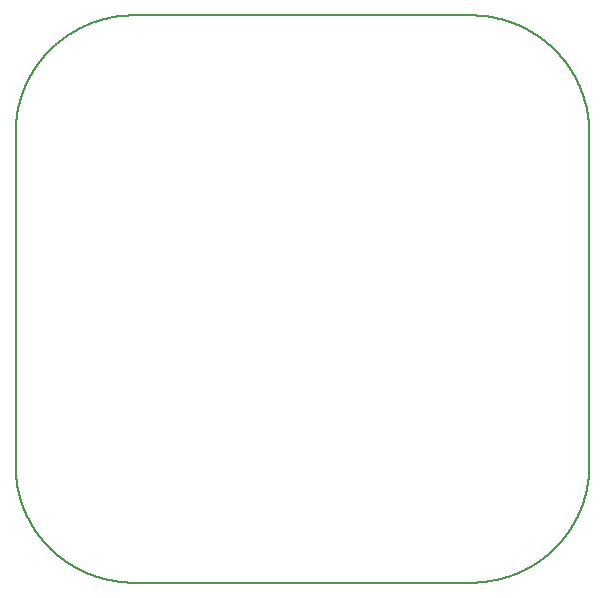
<source format=gm1>
G04 MADE WITH FRITZING*
G04 WWW.FRITZING.ORG*
G04 DOUBLE SIDED*
G04 HOLES PLATED*
G04 CONTOUR ON CENTER OF CONTOUR VECTOR*
%ASAXBY*%
%FSLAX23Y23*%
%MOIN*%
%OFA0B0*%
%SFA1.0B1.0*%
%ADD10C,0.008*%
%LNCONTOUR*%
G90*
G70*
G54D10*
X375Y1893D02*
X376Y1893D01*
X377Y1893D01*
X378Y1893D01*
X379Y1893D01*
X380Y1893D01*
X381Y1893D01*
X382Y1893D01*
X383Y1893D01*
X384Y1893D01*
X385Y1893D01*
X386Y1893D01*
X387Y1893D01*
X388Y1893D01*
X389Y1893D01*
X390Y1893D01*
X391Y1893D01*
X392Y1893D01*
X393Y1893D01*
X394Y1893D01*
X395Y1893D01*
X396Y1893D01*
X397Y1893D01*
X398Y1893D01*
X399Y1893D01*
X400Y1893D01*
X401Y1893D01*
X402Y1893D01*
X403Y1893D01*
X404Y1893D01*
X405Y1893D01*
X406Y1893D01*
X407Y1893D01*
X408Y1893D01*
X409Y1893D01*
X410Y1893D01*
X411Y1893D01*
X412Y1893D01*
X413Y1893D01*
X414Y1893D01*
X415Y1893D01*
X416Y1893D01*
X417Y1893D01*
X418Y1893D01*
X419Y1893D01*
X420Y1893D01*
X421Y1893D01*
X422Y1893D01*
X423Y1893D01*
X424Y1893D01*
X425Y1893D01*
X426Y1893D01*
X427Y1893D01*
X428Y1893D01*
X429Y1893D01*
X430Y1893D01*
X431Y1893D01*
X432Y1893D01*
X433Y1893D01*
X434Y1893D01*
X435Y1893D01*
X436Y1893D01*
X437Y1893D01*
X438Y1893D01*
X439Y1893D01*
X440Y1893D01*
X441Y1893D01*
X442Y1893D01*
X443Y1893D01*
X444Y1893D01*
X445Y1893D01*
X446Y1893D01*
X447Y1893D01*
X448Y1893D01*
X449Y1893D01*
X450Y1893D01*
X451Y1893D01*
X452Y1893D01*
X453Y1893D01*
X454Y1893D01*
X455Y1893D01*
X456Y1893D01*
X457Y1893D01*
X458Y1893D01*
X459Y1893D01*
X460Y1893D01*
X461Y1893D01*
X462Y1893D01*
X463Y1893D01*
X464Y1893D01*
X465Y1893D01*
X466Y1893D01*
X467Y1893D01*
X468Y1893D01*
X469Y1893D01*
X470Y1893D01*
X471Y1893D01*
X472Y1893D01*
X473Y1893D01*
X474Y1893D01*
X475Y1893D01*
X476Y1893D01*
X477Y1893D01*
X478Y1893D01*
X479Y1893D01*
X480Y1893D01*
X481Y1893D01*
X482Y1893D01*
X483Y1893D01*
X484Y1893D01*
X485Y1893D01*
X486Y1893D01*
X487Y1893D01*
X488Y1893D01*
X489Y1893D01*
X490Y1893D01*
X491Y1893D01*
X492Y1893D01*
X493Y1893D01*
X494Y1893D01*
X495Y1893D01*
X496Y1893D01*
X497Y1893D01*
X498Y1893D01*
X499Y1893D01*
X500Y1893D01*
X501Y1893D01*
X502Y1893D01*
X503Y1893D01*
X504Y1893D01*
X505Y1893D01*
X506Y1893D01*
X507Y1893D01*
X508Y1893D01*
X509Y1893D01*
X510Y1893D01*
X511Y1893D01*
X512Y1893D01*
X513Y1893D01*
X514Y1893D01*
X515Y1893D01*
X516Y1893D01*
X517Y1893D01*
X518Y1893D01*
X519Y1893D01*
X520Y1893D01*
X521Y1893D01*
X522Y1893D01*
X523Y1893D01*
X524Y1893D01*
X525Y1893D01*
X526Y1893D01*
X527Y1893D01*
X528Y1893D01*
X529Y1893D01*
X530Y1893D01*
X531Y1893D01*
X532Y1893D01*
X533Y1893D01*
X534Y1893D01*
X535Y1893D01*
X536Y1893D01*
X537Y1893D01*
X538Y1893D01*
X539Y1893D01*
X540Y1893D01*
X541Y1893D01*
X542Y1893D01*
X543Y1893D01*
X544Y1893D01*
X545Y1893D01*
X546Y1893D01*
X547Y1893D01*
X548Y1893D01*
X549Y1893D01*
X550Y1893D01*
X551Y1893D01*
X552Y1893D01*
X553Y1893D01*
X554Y1893D01*
X555Y1893D01*
X556Y1893D01*
X557Y1893D01*
X558Y1893D01*
X559Y1893D01*
X560Y1893D01*
X561Y1893D01*
X562Y1893D01*
X563Y1893D01*
X564Y1893D01*
X565Y1893D01*
X566Y1893D01*
X567Y1893D01*
X568Y1893D01*
X569Y1893D01*
X570Y1893D01*
X571Y1893D01*
X572Y1893D01*
X573Y1893D01*
X574Y1893D01*
X575Y1893D01*
X576Y1893D01*
X577Y1893D01*
X578Y1893D01*
X579Y1893D01*
X580Y1893D01*
X581Y1893D01*
X582Y1893D01*
X583Y1893D01*
X584Y1893D01*
X585Y1893D01*
X586Y1893D01*
X587Y1893D01*
X588Y1893D01*
X589Y1893D01*
X590Y1893D01*
X591Y1893D01*
X592Y1893D01*
X593Y1893D01*
X594Y1893D01*
X595Y1893D01*
X596Y1893D01*
X597Y1893D01*
X598Y1893D01*
X599Y1893D01*
X600Y1893D01*
X601Y1893D01*
X602Y1893D01*
X603Y1893D01*
X604Y1893D01*
X605Y1893D01*
X606Y1893D01*
X607Y1893D01*
X608Y1893D01*
X609Y1893D01*
X610Y1893D01*
X611Y1893D01*
X612Y1893D01*
X613Y1893D01*
X614Y1893D01*
X615Y1893D01*
X616Y1893D01*
X617Y1893D01*
X618Y1893D01*
X619Y1893D01*
X620Y1893D01*
X621Y1893D01*
X622Y1893D01*
X623Y1893D01*
X624Y1893D01*
X625Y1893D01*
X626Y1893D01*
X627Y1893D01*
X628Y1893D01*
X629Y1893D01*
X630Y1893D01*
X631Y1893D01*
X632Y1893D01*
X633Y1893D01*
X634Y1893D01*
X635Y1893D01*
X636Y1893D01*
X637Y1893D01*
X638Y1893D01*
X639Y1893D01*
X640Y1893D01*
X641Y1893D01*
X642Y1893D01*
X643Y1893D01*
X644Y1893D01*
X645Y1893D01*
X646Y1893D01*
X647Y1893D01*
X648Y1893D01*
X649Y1893D01*
X650Y1893D01*
X651Y1893D01*
X652Y1893D01*
X653Y1893D01*
X654Y1893D01*
X655Y1893D01*
X656Y1893D01*
X657Y1893D01*
X658Y1893D01*
X659Y1893D01*
X660Y1893D01*
X661Y1893D01*
X662Y1893D01*
X663Y1893D01*
X664Y1893D01*
X665Y1893D01*
X666Y1893D01*
X667Y1893D01*
X668Y1893D01*
X669Y1893D01*
X670Y1893D01*
X671Y1893D01*
X672Y1893D01*
X673Y1893D01*
X674Y1893D01*
X675Y1893D01*
X676Y1893D01*
X677Y1893D01*
X678Y1893D01*
X679Y1893D01*
X680Y1893D01*
X681Y1893D01*
X682Y1893D01*
X683Y1893D01*
X684Y1893D01*
X685Y1893D01*
X686Y1893D01*
X687Y1893D01*
X688Y1893D01*
X689Y1893D01*
X690Y1893D01*
X691Y1893D01*
X692Y1893D01*
X693Y1893D01*
X694Y1893D01*
X695Y1893D01*
X696Y1893D01*
X697Y1893D01*
X698Y1893D01*
X699Y1893D01*
X700Y1893D01*
X701Y1893D01*
X702Y1893D01*
X703Y1893D01*
X704Y1893D01*
X705Y1893D01*
X706Y1893D01*
X707Y1893D01*
X708Y1893D01*
X709Y1893D01*
X710Y1893D01*
X711Y1893D01*
X712Y1893D01*
X713Y1893D01*
X714Y1893D01*
X715Y1893D01*
X716Y1893D01*
X717Y1893D01*
X718Y1893D01*
X719Y1893D01*
X720Y1893D01*
X721Y1893D01*
X722Y1893D01*
X723Y1893D01*
X724Y1893D01*
X725Y1893D01*
X726Y1893D01*
X727Y1893D01*
X728Y1893D01*
X729Y1893D01*
X730Y1893D01*
X731Y1893D01*
X732Y1893D01*
X733Y1893D01*
X734Y1893D01*
X735Y1893D01*
X736Y1893D01*
X737Y1893D01*
X738Y1893D01*
X739Y1893D01*
X740Y1893D01*
X741Y1893D01*
X742Y1893D01*
X743Y1893D01*
X744Y1893D01*
X745Y1893D01*
X746Y1893D01*
X747Y1893D01*
X748Y1893D01*
X749Y1893D01*
X750Y1893D01*
X751Y1893D01*
X752Y1893D01*
X753Y1893D01*
X754Y1893D01*
X755Y1893D01*
X756Y1893D01*
X757Y1893D01*
X758Y1893D01*
X759Y1893D01*
X760Y1893D01*
X761Y1893D01*
X762Y1893D01*
X763Y1893D01*
X764Y1893D01*
X765Y1893D01*
X766Y1893D01*
X767Y1893D01*
X768Y1893D01*
X769Y1893D01*
X770Y1893D01*
X771Y1893D01*
X772Y1893D01*
X773Y1893D01*
X774Y1893D01*
X775Y1893D01*
X776Y1893D01*
X777Y1893D01*
X778Y1893D01*
X779Y1893D01*
X780Y1893D01*
X781Y1893D01*
X782Y1893D01*
X783Y1893D01*
X784Y1893D01*
X785Y1893D01*
X786Y1893D01*
X787Y1893D01*
X788Y1893D01*
X789Y1893D01*
X790Y1893D01*
X791Y1893D01*
X792Y1893D01*
X793Y1893D01*
X794Y1893D01*
X795Y1893D01*
X796Y1893D01*
X797Y1893D01*
X798Y1893D01*
X799Y1893D01*
X800Y1893D01*
X801Y1893D01*
X802Y1893D01*
X803Y1893D01*
X804Y1893D01*
X805Y1893D01*
X806Y1893D01*
X807Y1893D01*
X808Y1893D01*
X809Y1893D01*
X810Y1893D01*
X811Y1893D01*
X812Y1893D01*
X813Y1893D01*
X814Y1893D01*
X815Y1893D01*
X816Y1893D01*
X817Y1893D01*
X818Y1893D01*
X819Y1893D01*
X820Y1893D01*
X821Y1893D01*
X822Y1893D01*
X823Y1893D01*
X824Y1893D01*
X825Y1893D01*
X826Y1893D01*
X827Y1893D01*
X828Y1893D01*
X829Y1893D01*
X830Y1893D01*
X831Y1893D01*
X832Y1893D01*
X833Y1893D01*
X834Y1893D01*
X835Y1893D01*
X836Y1893D01*
X837Y1893D01*
X838Y1893D01*
X839Y1893D01*
X840Y1893D01*
X841Y1893D01*
X842Y1893D01*
X843Y1893D01*
X844Y1893D01*
X845Y1893D01*
X846Y1893D01*
X847Y1893D01*
X848Y1893D01*
X849Y1893D01*
X850Y1893D01*
X851Y1893D01*
X852Y1893D01*
X853Y1893D01*
X854Y1893D01*
X855Y1893D01*
X856Y1893D01*
X857Y1893D01*
X858Y1893D01*
X859Y1893D01*
X860Y1893D01*
X861Y1893D01*
X862Y1893D01*
X863Y1893D01*
X864Y1893D01*
X865Y1893D01*
X866Y1893D01*
X867Y1893D01*
X868Y1893D01*
X869Y1893D01*
X870Y1893D01*
X871Y1893D01*
X872Y1893D01*
X873Y1893D01*
X874Y1893D01*
X875Y1893D01*
X876Y1893D01*
X877Y1893D01*
X878Y1893D01*
X879Y1893D01*
X880Y1893D01*
X881Y1893D01*
X882Y1893D01*
X883Y1893D01*
X884Y1893D01*
X885Y1893D01*
X886Y1893D01*
X887Y1893D01*
X888Y1893D01*
X889Y1893D01*
X890Y1893D01*
X891Y1893D01*
X892Y1893D01*
X893Y1893D01*
X894Y1893D01*
X895Y1893D01*
X896Y1893D01*
X897Y1893D01*
X898Y1893D01*
X899Y1893D01*
X900Y1893D01*
X901Y1893D01*
X902Y1893D01*
X903Y1893D01*
X904Y1893D01*
X905Y1893D01*
X906Y1893D01*
X907Y1893D01*
X908Y1893D01*
X909Y1893D01*
X910Y1893D01*
X911Y1893D01*
X912Y1893D01*
X913Y1893D01*
X914Y1893D01*
X915Y1893D01*
X916Y1893D01*
X917Y1893D01*
X918Y1893D01*
X919Y1893D01*
X920Y1893D01*
X921Y1893D01*
X922Y1893D01*
X923Y1893D01*
X924Y1893D01*
X925Y1893D01*
X926Y1893D01*
X927Y1893D01*
X928Y1893D01*
X929Y1893D01*
X930Y1893D01*
X931Y1893D01*
X932Y1893D01*
X933Y1893D01*
X934Y1893D01*
X935Y1893D01*
X936Y1893D01*
X937Y1893D01*
X938Y1893D01*
X939Y1893D01*
X940Y1893D01*
X941Y1893D01*
X942Y1893D01*
X943Y1893D01*
X944Y1893D01*
X945Y1893D01*
X946Y1893D01*
X947Y1893D01*
X948Y1893D01*
X949Y1893D01*
X950Y1893D01*
X951Y1893D01*
X952Y1893D01*
X953Y1893D01*
X954Y1893D01*
X955Y1893D01*
X956Y1893D01*
X957Y1893D01*
X958Y1893D01*
X959Y1893D01*
X960Y1893D01*
X961Y1893D01*
X962Y1893D01*
X963Y1893D01*
X964Y1893D01*
X965Y1893D01*
X966Y1893D01*
X967Y1893D01*
X968Y1893D01*
X969Y1893D01*
X970Y1893D01*
X971Y1893D01*
X972Y1893D01*
X973Y1893D01*
X974Y1893D01*
X975Y1893D01*
X976Y1893D01*
X977Y1893D01*
X978Y1893D01*
X979Y1893D01*
X980Y1893D01*
X981Y1893D01*
X982Y1893D01*
X983Y1893D01*
X984Y1893D01*
X985Y1893D01*
X986Y1893D01*
X987Y1893D01*
X988Y1893D01*
X989Y1893D01*
X990Y1893D01*
X991Y1893D01*
X992Y1893D01*
X993Y1893D01*
X994Y1893D01*
X995Y1893D01*
X996Y1893D01*
X997Y1893D01*
X998Y1893D01*
X999Y1893D01*
X1000Y1893D01*
X1001Y1893D01*
X1002Y1893D01*
X1003Y1893D01*
X1004Y1893D01*
X1005Y1893D01*
X1006Y1893D01*
X1007Y1893D01*
X1008Y1893D01*
X1009Y1893D01*
X1010Y1893D01*
X1011Y1893D01*
X1012Y1893D01*
X1013Y1893D01*
X1014Y1893D01*
X1015Y1893D01*
X1016Y1893D01*
X1017Y1893D01*
X1018Y1893D01*
X1019Y1893D01*
X1020Y1893D01*
X1021Y1893D01*
X1022Y1893D01*
X1023Y1893D01*
X1024Y1893D01*
X1025Y1893D01*
X1026Y1893D01*
X1027Y1893D01*
X1028Y1893D01*
X1029Y1893D01*
X1030Y1893D01*
X1031Y1893D01*
X1032Y1893D01*
X1033Y1893D01*
X1034Y1893D01*
X1035Y1893D01*
X1036Y1893D01*
X1037Y1893D01*
X1038Y1893D01*
X1039Y1893D01*
X1040Y1893D01*
X1041Y1893D01*
X1042Y1893D01*
X1043Y1893D01*
X1044Y1893D01*
X1045Y1893D01*
X1046Y1893D01*
X1047Y1893D01*
X1048Y1893D01*
X1049Y1893D01*
X1050Y1893D01*
X1051Y1893D01*
X1052Y1893D01*
X1053Y1893D01*
X1054Y1893D01*
X1055Y1893D01*
X1056Y1893D01*
X1057Y1893D01*
X1058Y1893D01*
X1059Y1893D01*
X1060Y1893D01*
X1061Y1893D01*
X1062Y1893D01*
X1063Y1893D01*
X1064Y1893D01*
X1065Y1893D01*
X1066Y1893D01*
X1067Y1893D01*
X1068Y1893D01*
X1069Y1893D01*
X1070Y1893D01*
X1071Y1893D01*
X1072Y1893D01*
X1073Y1893D01*
X1074Y1893D01*
X1075Y1893D01*
X1076Y1893D01*
X1077Y1893D01*
X1078Y1893D01*
X1079Y1893D01*
X1080Y1893D01*
X1081Y1893D01*
X1082Y1893D01*
X1083Y1893D01*
X1084Y1893D01*
X1085Y1893D01*
X1086Y1893D01*
X1087Y1893D01*
X1088Y1893D01*
X1089Y1893D01*
X1090Y1893D01*
X1091Y1893D01*
X1092Y1893D01*
X1093Y1893D01*
X1094Y1893D01*
X1095Y1893D01*
X1096Y1893D01*
X1097Y1893D01*
X1098Y1893D01*
X1099Y1893D01*
X1100Y1893D01*
X1101Y1893D01*
X1102Y1893D01*
X1103Y1893D01*
X1104Y1893D01*
X1105Y1893D01*
X1106Y1893D01*
X1107Y1893D01*
X1108Y1893D01*
X1109Y1893D01*
X1110Y1893D01*
X1111Y1893D01*
X1112Y1893D01*
X1113Y1893D01*
X1114Y1893D01*
X1115Y1893D01*
X1116Y1893D01*
X1117Y1893D01*
X1118Y1893D01*
X1119Y1893D01*
X1120Y1893D01*
X1121Y1893D01*
X1122Y1893D01*
X1123Y1893D01*
X1124Y1893D01*
X1125Y1893D01*
X1126Y1893D01*
X1127Y1893D01*
X1128Y1893D01*
X1129Y1893D01*
X1130Y1893D01*
X1131Y1893D01*
X1132Y1893D01*
X1133Y1893D01*
X1134Y1893D01*
X1135Y1893D01*
X1136Y1893D01*
X1137Y1893D01*
X1138Y1893D01*
X1139Y1893D01*
X1140Y1893D01*
X1141Y1893D01*
X1142Y1893D01*
X1143Y1893D01*
X1144Y1893D01*
X1145Y1893D01*
X1146Y1893D01*
X1147Y1893D01*
X1148Y1893D01*
X1149Y1893D01*
X1150Y1893D01*
X1151Y1893D01*
X1152Y1893D01*
X1153Y1893D01*
X1154Y1893D01*
X1155Y1893D01*
X1156Y1893D01*
X1157Y1893D01*
X1158Y1893D01*
X1159Y1893D01*
X1160Y1893D01*
X1161Y1893D01*
X1162Y1893D01*
X1163Y1893D01*
X1164Y1893D01*
X1165Y1893D01*
X1166Y1893D01*
X1167Y1893D01*
X1168Y1893D01*
X1169Y1893D01*
X1170Y1893D01*
X1171Y1893D01*
X1172Y1893D01*
X1173Y1893D01*
X1174Y1893D01*
X1175Y1893D01*
X1176Y1893D01*
X1177Y1893D01*
X1178Y1893D01*
X1179Y1893D01*
X1180Y1893D01*
X1181Y1893D01*
X1182Y1893D01*
X1183Y1893D01*
X1184Y1893D01*
X1185Y1893D01*
X1186Y1893D01*
X1187Y1893D01*
X1188Y1893D01*
X1189Y1893D01*
X1190Y1893D01*
X1191Y1893D01*
X1192Y1893D01*
X1193Y1893D01*
X1194Y1893D01*
X1195Y1893D01*
X1196Y1893D01*
X1197Y1893D01*
X1198Y1893D01*
X1199Y1893D01*
X1200Y1893D01*
X1201Y1893D01*
X1202Y1893D01*
X1203Y1893D01*
X1204Y1893D01*
X1205Y1893D01*
X1206Y1893D01*
X1207Y1893D01*
X1208Y1893D01*
X1209Y1893D01*
X1210Y1893D01*
X1211Y1893D01*
X1212Y1893D01*
X1213Y1893D01*
X1214Y1893D01*
X1215Y1893D01*
X1216Y1893D01*
X1217Y1893D01*
X1218Y1893D01*
X1219Y1893D01*
X1220Y1893D01*
X1221Y1893D01*
X1222Y1893D01*
X1223Y1893D01*
X1224Y1893D01*
X1225Y1893D01*
X1226Y1893D01*
X1227Y1893D01*
X1228Y1893D01*
X1229Y1893D01*
X1230Y1893D01*
X1231Y1893D01*
X1232Y1893D01*
X1233Y1893D01*
X1234Y1893D01*
X1235Y1893D01*
X1236Y1893D01*
X1237Y1893D01*
X1238Y1893D01*
X1239Y1893D01*
X1240Y1893D01*
X1241Y1893D01*
X1242Y1893D01*
X1243Y1893D01*
X1244Y1893D01*
X1245Y1893D01*
X1246Y1893D01*
X1247Y1893D01*
X1248Y1893D01*
X1249Y1893D01*
X1250Y1893D01*
X1251Y1893D01*
X1252Y1893D01*
X1253Y1893D01*
X1254Y1893D01*
X1255Y1893D01*
X1256Y1893D01*
X1257Y1893D01*
X1258Y1893D01*
X1259Y1893D01*
X1260Y1893D01*
X1261Y1893D01*
X1262Y1893D01*
X1263Y1893D01*
X1264Y1893D01*
X1265Y1893D01*
X1266Y1893D01*
X1267Y1893D01*
X1268Y1893D01*
X1269Y1893D01*
X1270Y1893D01*
X1271Y1893D01*
X1272Y1893D01*
X1273Y1893D01*
X1274Y1893D01*
X1275Y1893D01*
X1276Y1893D01*
X1277Y1893D01*
X1278Y1893D01*
X1279Y1893D01*
X1280Y1893D01*
X1281Y1893D01*
X1282Y1893D01*
X1283Y1893D01*
X1284Y1893D01*
X1285Y1893D01*
X1286Y1893D01*
X1287Y1893D01*
X1288Y1893D01*
X1289Y1893D01*
X1290Y1893D01*
X1291Y1893D01*
X1292Y1893D01*
X1293Y1893D01*
X1294Y1893D01*
X1295Y1893D01*
X1296Y1893D01*
X1297Y1893D01*
X1298Y1893D01*
X1299Y1893D01*
X1300Y1893D01*
X1301Y1893D01*
X1302Y1893D01*
X1303Y1893D01*
X1304Y1893D01*
X1305Y1893D01*
X1306Y1893D01*
X1307Y1893D01*
X1308Y1893D01*
X1309Y1893D01*
X1310Y1893D01*
X1311Y1893D01*
X1312Y1893D01*
X1313Y1893D01*
X1314Y1893D01*
X1315Y1893D01*
X1316Y1893D01*
X1317Y1893D01*
X1318Y1893D01*
X1319Y1893D01*
X1320Y1893D01*
X1321Y1893D01*
X1322Y1893D01*
X1323Y1893D01*
X1324Y1893D01*
X1325Y1893D01*
X1326Y1893D01*
X1327Y1893D01*
X1328Y1893D01*
X1329Y1893D01*
X1330Y1893D01*
X1331Y1893D01*
X1332Y1893D01*
X1333Y1893D01*
X1334Y1893D01*
X1335Y1893D01*
X1336Y1893D01*
X1337Y1893D01*
X1338Y1893D01*
X1339Y1893D01*
X1340Y1893D01*
X1341Y1893D01*
X1342Y1893D01*
X1343Y1893D01*
X1344Y1893D01*
X1345Y1893D01*
X1346Y1893D01*
X1347Y1893D01*
X1348Y1893D01*
X1349Y1893D01*
X1350Y1893D01*
X1351Y1893D01*
X1352Y1893D01*
X1353Y1893D01*
X1354Y1893D01*
X1355Y1893D01*
X1356Y1893D01*
X1357Y1893D01*
X1358Y1893D01*
X1359Y1893D01*
X1360Y1893D01*
X1361Y1893D01*
X1362Y1893D01*
X1363Y1893D01*
X1364Y1893D01*
X1365Y1893D01*
X1366Y1893D01*
X1367Y1893D01*
X1368Y1893D01*
X1369Y1893D01*
X1370Y1893D01*
X1371Y1893D01*
X1372Y1893D01*
X1373Y1893D01*
X1374Y1893D01*
X1375Y1893D01*
X1376Y1893D01*
X1377Y1893D01*
X1378Y1893D01*
X1379Y1893D01*
X1380Y1893D01*
X1381Y1893D01*
X1382Y1893D01*
X1383Y1893D01*
X1384Y1893D01*
X1385Y1893D01*
X1386Y1893D01*
X1387Y1893D01*
X1388Y1893D01*
X1389Y1893D01*
X1390Y1893D01*
X1391Y1893D01*
X1392Y1893D01*
X1393Y1893D01*
X1394Y1893D01*
X1395Y1893D01*
X1396Y1893D01*
X1397Y1893D01*
X1398Y1893D01*
X1399Y1893D01*
X1400Y1893D01*
X1401Y1893D01*
X1402Y1893D01*
X1403Y1893D01*
X1404Y1893D01*
X1405Y1893D01*
X1406Y1893D01*
X1407Y1893D01*
X1408Y1893D01*
X1409Y1893D01*
X1410Y1893D01*
X1411Y1893D01*
X1412Y1893D01*
X1413Y1893D01*
X1414Y1893D01*
X1415Y1893D01*
X1416Y1893D01*
X1417Y1893D01*
X1418Y1893D01*
X1419Y1893D01*
X1420Y1893D01*
X1421Y1893D01*
X1422Y1893D01*
X1423Y1893D01*
X1424Y1893D01*
X1425Y1893D01*
X1426Y1893D01*
X1427Y1893D01*
X1428Y1893D01*
X1429Y1893D01*
X1430Y1893D01*
X1431Y1893D01*
X1432Y1893D01*
X1433Y1893D01*
X1434Y1893D01*
X1435Y1893D01*
X1436Y1893D01*
X1437Y1893D01*
X1438Y1893D01*
X1439Y1893D01*
X1440Y1893D01*
X1441Y1893D01*
X1442Y1893D01*
X1443Y1893D01*
X1444Y1893D01*
X1445Y1893D01*
X1446Y1893D01*
X1447Y1893D01*
X1448Y1893D01*
X1449Y1893D01*
X1450Y1893D01*
X1451Y1893D01*
X1452Y1893D01*
X1453Y1893D01*
X1454Y1893D01*
X1455Y1893D01*
X1456Y1893D01*
X1457Y1893D01*
X1458Y1893D01*
X1459Y1893D01*
X1460Y1893D01*
X1461Y1893D01*
X1462Y1893D01*
X1463Y1893D01*
X1464Y1893D01*
X1465Y1893D01*
X1466Y1893D01*
X1467Y1893D01*
X1468Y1893D01*
X1469Y1893D01*
X1470Y1893D01*
X1471Y1893D01*
X1472Y1893D01*
X1473Y1893D01*
X1474Y1893D01*
X1475Y1893D01*
X1476Y1893D01*
X1477Y1893D01*
X1478Y1893D01*
X1479Y1893D01*
X1480Y1893D01*
X1481Y1893D01*
X1482Y1893D01*
X1483Y1893D01*
X1484Y1893D01*
X1485Y1893D01*
X1486Y1893D01*
X1487Y1893D01*
X1488Y1893D01*
X1489Y1893D01*
X1490Y1893D01*
X1491Y1893D01*
X1492Y1893D01*
X1493Y1893D01*
X1494Y1893D01*
X1495Y1893D01*
X1496Y1893D01*
X1497Y1893D01*
X1498Y1893D01*
X1499Y1893D01*
X1500Y1893D01*
X1501Y1893D01*
X1502Y1893D01*
X1503Y1893D01*
X1504Y1893D01*
X1505Y1893D01*
X1506Y1893D01*
X1507Y1893D01*
X1508Y1893D01*
X1509Y1893D01*
X1510Y1893D01*
X1511Y1893D01*
X1512Y1893D01*
X1513Y1893D01*
X1514Y1893D01*
X1515Y1893D01*
X1516Y1893D01*
X1517Y1893D01*
X1518Y1893D01*
X1519Y1893D01*
X1520Y1893D01*
X1521Y1893D01*
X1522Y1893D01*
X1523Y1893D01*
X1524Y1893D01*
X1525Y1893D01*
X1526Y1893D01*
X1527Y1893D01*
X1528Y1893D01*
X1529Y1893D01*
X1530Y1893D01*
X1531Y1893D01*
X1532Y1893D01*
X1533Y1893D01*
X1534Y1893D01*
X1535Y1893D01*
X1536Y1893D01*
X1537Y1893D01*
X1538Y1892D01*
X1539Y1892D01*
X1540Y1892D01*
X1541Y1892D01*
X1542Y1892D01*
X1543Y1892D01*
X1544Y1892D01*
X1545Y1892D01*
X1546Y1892D01*
X1547Y1892D01*
X1548Y1892D01*
X1549Y1892D01*
X1550Y1892D01*
X1551Y1892D01*
X1552Y1892D01*
X1553Y1891D01*
X1554Y1891D01*
X1555Y1891D01*
X1556Y1891D01*
X1557Y1891D01*
X1558Y1891D01*
X1559Y1891D01*
X1560Y1891D01*
X1561Y1891D01*
X1562Y1891D01*
X1563Y1890D01*
X1564Y1890D01*
X1565Y1890D01*
X1566Y1890D01*
X1567Y1890D01*
X1568Y1890D01*
X1569Y1890D01*
X1570Y1890D01*
X1571Y1889D01*
X1572Y1889D01*
X1573Y1889D01*
X1574Y1889D01*
X1575Y1889D01*
X1576Y1889D01*
X1577Y1889D01*
X1578Y1888D01*
X1579Y1888D01*
X1580Y1888D01*
X1581Y1888D01*
X1582Y1888D01*
X1583Y1888D01*
X1584Y1888D01*
X1585Y1887D01*
X1586Y1887D01*
X1587Y1887D01*
X1588Y1887D01*
X1589Y1887D01*
X1590Y1886D01*
X1591Y1886D01*
X1592Y1886D01*
X1593Y1886D01*
X1594Y1886D01*
X1595Y1886D01*
X1596Y1885D01*
X1597Y1885D01*
X1598Y1885D01*
X1599Y1885D01*
X1600Y1884D01*
X1601Y1884D01*
X1602Y1884D01*
X1603Y1884D01*
X1604Y1884D01*
X1605Y1883D01*
X1606Y1883D01*
X1607Y1883D01*
X1608Y1883D01*
X1609Y1882D01*
X1610Y1882D01*
X1611Y1882D01*
X1612Y1882D01*
X1613Y1882D01*
X1614Y1881D01*
X1615Y1881D01*
X1616Y1881D01*
X1617Y1881D01*
X1618Y1880D01*
X1619Y1880D01*
X1620Y1880D01*
X1621Y1879D01*
X1622Y1879D01*
X1623Y1879D01*
X1624Y1879D01*
X1625Y1878D01*
X1626Y1878D01*
X1627Y1878D01*
X1628Y1878D01*
X1629Y1877D01*
X1630Y1877D01*
X1631Y1877D01*
X1632Y1876D01*
X1633Y1876D01*
X1634Y1876D01*
X1635Y1875D01*
X1636Y1875D01*
X1637Y1875D01*
X1638Y1874D01*
X1639Y1874D01*
X1640Y1874D01*
X1641Y1873D01*
X1642Y1873D01*
X1643Y1873D01*
X1644Y1872D01*
X1645Y1872D01*
X1646Y1872D01*
X1647Y1871D01*
X1648Y1871D01*
X1649Y1871D01*
X1650Y1870D01*
X1651Y1870D01*
X1652Y1870D01*
X1653Y1869D01*
X1654Y1869D01*
X1655Y1869D01*
X1656Y1868D01*
X1657Y1868D01*
X1658Y1868D01*
X1659Y1867D01*
X1660Y1867D01*
X1661Y1866D01*
X1662Y1866D01*
X1663Y1866D01*
X1664Y1865D01*
X1665Y1865D01*
X1666Y1864D01*
X1667Y1864D01*
X1668Y1864D01*
X1669Y1863D01*
X1670Y1863D01*
X1671Y1862D01*
X1672Y1862D01*
X1673Y1862D01*
X1674Y1861D01*
X1675Y1861D01*
X1676Y1860D01*
X1677Y1860D01*
X1678Y1859D01*
X1679Y1859D01*
X1680Y1858D01*
X1681Y1858D01*
X1682Y1858D01*
X1683Y1857D01*
X1684Y1857D01*
X1685Y1856D01*
X1686Y1856D01*
X1687Y1855D01*
X1688Y1855D01*
X1689Y1854D01*
X1690Y1854D01*
X1691Y1853D01*
X1692Y1853D01*
X1693Y1852D01*
X1694Y1852D01*
X1695Y1851D01*
X1696Y1851D01*
X1697Y1850D01*
X1698Y1850D01*
X1699Y1849D01*
X1700Y1849D01*
X1701Y1848D01*
X1702Y1848D01*
X1703Y1847D01*
X1704Y1847D01*
X1705Y1846D01*
X1706Y1846D01*
X1707Y1845D01*
X1708Y1845D01*
X1709Y1844D01*
X1710Y1844D01*
X1711Y1843D01*
X1712Y1842D01*
X1713Y1842D01*
X1714Y1841D01*
X1715Y1841D01*
X1716Y1840D01*
X1717Y1840D01*
X1718Y1839D01*
X1719Y1838D01*
X1720Y1838D01*
X1721Y1837D01*
X1722Y1837D01*
X1723Y1836D01*
X1724Y1836D01*
X1725Y1835D01*
X1726Y1834D01*
X1727Y1834D01*
X1728Y1833D01*
X1729Y1832D01*
X1730Y1832D01*
X1731Y1831D01*
X1732Y1830D01*
X1733Y1830D01*
X1734Y1829D01*
X1735Y1829D01*
X1736Y1828D01*
X1737Y1827D01*
X1738Y1827D01*
X1739Y1826D01*
X1740Y1825D01*
X1741Y1825D01*
X1742Y1824D01*
X1743Y1823D01*
X1744Y1822D01*
X1745Y1822D01*
X1746Y1821D01*
X1747Y1820D01*
X1748Y1820D01*
X1749Y1819D01*
X1750Y1818D01*
X1751Y1818D01*
X1752Y1817D01*
X1753Y1816D01*
X1754Y1815D01*
X1755Y1815D01*
X1756Y1814D01*
X1757Y1813D01*
X1758Y1812D01*
X1759Y1812D01*
X1760Y1811D01*
X1761Y1810D01*
X1762Y1809D01*
X1763Y1808D01*
X1764Y1808D01*
X1765Y1807D01*
X1766Y1806D01*
X1767Y1805D01*
X1768Y1805D01*
X1769Y1804D01*
X1770Y1803D01*
X1771Y1802D01*
X1772Y1801D01*
X1773Y1800D01*
X1774Y1800D01*
X1775Y1799D01*
X1776Y1798D01*
X1777Y1797D01*
X1778Y1796D01*
X1779Y1795D01*
X1780Y1794D01*
X1781Y1794D01*
X1782Y1793D01*
X1783Y1792D01*
X1784Y1791D01*
X1785Y1790D01*
X1786Y1789D01*
X1787Y1788D01*
X1788Y1787D01*
X1789Y1786D01*
X1790Y1785D01*
X1791Y1784D01*
X1792Y1783D01*
X1793Y1782D01*
X1794Y1781D01*
X1795Y1781D01*
X1796Y1780D01*
X1797Y1779D01*
X1798Y1778D01*
X1799Y1777D01*
X1800Y1776D01*
X1801Y1775D01*
X1801Y1774D01*
X1802Y1773D01*
X1803Y1772D01*
X1804Y1771D01*
X1805Y1770D01*
X1806Y1769D01*
X1807Y1768D01*
X1808Y1767D01*
X1809Y1766D01*
X1810Y1765D01*
X1811Y1764D01*
X1812Y1763D01*
X1813Y1762D01*
X1814Y1761D01*
X1814Y1760D01*
X1815Y1759D01*
X1816Y1758D01*
X1817Y1757D01*
X1818Y1756D01*
X1819Y1755D01*
X1820Y1754D01*
X1821Y1753D01*
X1821Y1752D01*
X1822Y1751D01*
X1823Y1750D01*
X1824Y1749D01*
X1825Y1748D01*
X1825Y1747D01*
X1826Y1746D01*
X1827Y1745D01*
X1828Y1744D01*
X1829Y1743D01*
X1829Y1742D01*
X1830Y1741D01*
X1831Y1740D01*
X1832Y1739D01*
X1833Y1738D01*
X1833Y1737D01*
X1834Y1736D01*
X1835Y1735D01*
X1836Y1734D01*
X1836Y1733D01*
X1837Y1732D01*
X1838Y1731D01*
X1838Y1730D01*
X1839Y1729D01*
X1840Y1728D01*
X1841Y1727D01*
X1841Y1726D01*
X1842Y1725D01*
X1843Y1724D01*
X1843Y1723D01*
X1844Y1722D01*
X1845Y1721D01*
X1846Y1720D01*
X1846Y1719D01*
X1847Y1718D01*
X1847Y1717D01*
X1848Y1716D01*
X1849Y1715D01*
X1849Y1714D01*
X1850Y1713D01*
X1851Y1712D01*
X1851Y1711D01*
X1852Y1710D01*
X1853Y1709D01*
X1853Y1708D01*
X1854Y1707D01*
X1855Y1706D01*
X1855Y1705D01*
X1856Y1704D01*
X1856Y1703D01*
X1857Y1702D01*
X1857Y1701D01*
X1858Y1700D01*
X1859Y1699D01*
X1859Y1698D01*
X1860Y1697D01*
X1860Y1696D01*
X1861Y1695D01*
X1862Y1694D01*
X1862Y1693D01*
X1863Y1692D01*
X1863Y1691D01*
X1864Y1690D01*
X1864Y1689D01*
X1865Y1688D01*
X1865Y1687D01*
X1866Y1686D01*
X1867Y1685D01*
X1867Y1684D01*
X1868Y1683D01*
X1868Y1682D01*
X1869Y1681D01*
X1869Y1680D01*
X1870Y1679D01*
X1870Y1678D01*
X1871Y1677D01*
X1871Y1676D01*
X1872Y1675D01*
X1872Y1674D01*
X1873Y1673D01*
X1873Y1672D01*
X1874Y1671D01*
X1874Y1670D01*
X1875Y1669D01*
X1875Y1668D01*
X1876Y1667D01*
X1876Y1665D01*
X1877Y1664D01*
X1877Y1663D01*
X1878Y1662D01*
X1878Y1661D01*
X1879Y1660D01*
X1879Y1659D01*
X1880Y1658D01*
X1880Y1657D01*
X1881Y1656D01*
X1881Y1654D01*
X1882Y1653D01*
X1882Y1652D01*
X1883Y1651D01*
X1883Y1649D01*
X1884Y1648D01*
X1884Y1647D01*
X1885Y1646D01*
X1885Y1644D01*
X1886Y1643D01*
X1886Y1642D01*
X1887Y1641D01*
X1887Y1639D01*
X1888Y1638D01*
X1888Y1636D01*
X1889Y1635D01*
X1889Y1634D01*
X1890Y1633D01*
X1890Y1631D01*
X1891Y1630D01*
X1891Y1628D01*
X1892Y1627D01*
X1892Y1625D01*
X1893Y1624D01*
X1893Y1622D01*
X1894Y1621D01*
X1894Y1619D01*
X1895Y1618D01*
X1895Y1615D01*
X1896Y1614D01*
X1896Y1612D01*
X1897Y1611D01*
X1897Y1609D01*
X1898Y1608D01*
X1898Y1605D01*
X1899Y1604D01*
X1899Y1601D01*
X1900Y1600D01*
X1900Y1597D01*
X1901Y1596D01*
X1901Y1593D01*
X1902Y1592D01*
X1902Y1589D01*
X1903Y1588D01*
X1903Y1584D01*
X1904Y1583D01*
X1904Y1580D01*
X1905Y1579D01*
X1905Y1574D01*
X1906Y1573D01*
X1906Y1569D01*
X1907Y1568D01*
X1907Y1563D01*
X1908Y1562D01*
X1908Y1556D01*
X1909Y1555D01*
X1909Y1548D01*
X1910Y1547D01*
X1910Y1538D01*
X1911Y1537D01*
X1911Y1524D01*
X1912Y1523D01*
X1912Y372D01*
X1911Y371D01*
X1911Y358D01*
X1910Y357D01*
X1910Y348D01*
X1909Y347D01*
X1909Y340D01*
X1908Y339D01*
X1908Y333D01*
X1907Y332D01*
X1907Y327D01*
X1906Y326D01*
X1906Y322D01*
X1905Y321D01*
X1905Y316D01*
X1904Y315D01*
X1904Y312D01*
X1903Y311D01*
X1903Y307D01*
X1902Y306D01*
X1902Y303D01*
X1901Y302D01*
X1901Y299D01*
X1900Y298D01*
X1900Y295D01*
X1899Y294D01*
X1899Y291D01*
X1898Y290D01*
X1898Y287D01*
X1897Y286D01*
X1897Y284D01*
X1896Y283D01*
X1896Y281D01*
X1895Y280D01*
X1895Y277D01*
X1894Y276D01*
X1894Y274D01*
X1893Y273D01*
X1893Y271D01*
X1892Y270D01*
X1892Y268D01*
X1891Y267D01*
X1891Y265D01*
X1890Y264D01*
X1890Y262D01*
X1889Y261D01*
X1889Y260D01*
X1888Y259D01*
X1888Y257D01*
X1887Y256D01*
X1887Y254D01*
X1886Y253D01*
X1886Y252D01*
X1885Y251D01*
X1885Y249D01*
X1884Y248D01*
X1884Y247D01*
X1883Y246D01*
X1883Y244D01*
X1882Y243D01*
X1882Y242D01*
X1881Y241D01*
X1881Y239D01*
X1880Y238D01*
X1880Y237D01*
X1879Y236D01*
X1879Y235D01*
X1878Y234D01*
X1878Y233D01*
X1877Y232D01*
X1877Y231D01*
X1876Y230D01*
X1876Y228D01*
X1875Y227D01*
X1875Y226D01*
X1874Y225D01*
X1874Y224D01*
X1873Y223D01*
X1873Y222D01*
X1872Y221D01*
X1872Y220D01*
X1871Y219D01*
X1871Y218D01*
X1870Y217D01*
X1870Y216D01*
X1869Y215D01*
X1869Y214D01*
X1868Y213D01*
X1868Y212D01*
X1867Y211D01*
X1867Y210D01*
X1866Y209D01*
X1865Y208D01*
X1865Y207D01*
X1864Y206D01*
X1864Y205D01*
X1863Y204D01*
X1863Y203D01*
X1862Y202D01*
X1862Y201D01*
X1861Y200D01*
X1860Y199D01*
X1860Y198D01*
X1859Y197D01*
X1859Y196D01*
X1858Y195D01*
X1857Y194D01*
X1857Y193D01*
X1856Y192D01*
X1856Y191D01*
X1855Y190D01*
X1855Y189D01*
X1854Y188D01*
X1853Y187D01*
X1853Y186D01*
X1852Y185D01*
X1851Y184D01*
X1851Y183D01*
X1850Y182D01*
X1849Y181D01*
X1849Y180D01*
X1848Y179D01*
X1847Y178D01*
X1847Y177D01*
X1846Y176D01*
X1846Y175D01*
X1845Y174D01*
X1844Y173D01*
X1843Y172D01*
X1843Y171D01*
X1842Y170D01*
X1841Y169D01*
X1841Y168D01*
X1840Y167D01*
X1839Y166D01*
X1838Y165D01*
X1838Y164D01*
X1837Y163D01*
X1836Y162D01*
X1836Y161D01*
X1835Y160D01*
X1834Y159D01*
X1833Y158D01*
X1833Y157D01*
X1832Y156D01*
X1831Y155D01*
X1830Y154D01*
X1829Y153D01*
X1829Y152D01*
X1828Y151D01*
X1827Y150D01*
X1826Y149D01*
X1825Y148D01*
X1825Y147D01*
X1824Y146D01*
X1823Y145D01*
X1822Y144D01*
X1821Y143D01*
X1821Y142D01*
X1820Y141D01*
X1819Y140D01*
X1818Y139D01*
X1817Y138D01*
X1816Y137D01*
X1815Y136D01*
X1814Y135D01*
X1814Y134D01*
X1813Y133D01*
X1812Y132D01*
X1811Y131D01*
X1810Y130D01*
X1809Y129D01*
X1808Y128D01*
X1807Y127D01*
X1806Y126D01*
X1805Y125D01*
X1804Y124D01*
X1803Y123D01*
X1802Y122D01*
X1801Y121D01*
X1801Y120D01*
X1800Y119D01*
X1799Y118D01*
X1798Y117D01*
X1797Y116D01*
X1796Y115D01*
X1795Y114D01*
X1794Y114D01*
X1793Y113D01*
X1792Y112D01*
X1791Y111D01*
X1790Y110D01*
X1789Y109D01*
X1788Y108D01*
X1787Y107D01*
X1786Y106D01*
X1785Y105D01*
X1784Y104D01*
X1783Y103D01*
X1782Y102D01*
X1781Y101D01*
X1780Y101D01*
X1779Y100D01*
X1778Y99D01*
X1777Y98D01*
X1776Y97D01*
X1775Y96D01*
X1774Y95D01*
X1773Y95D01*
X1772Y94D01*
X1771Y93D01*
X1770Y92D01*
X1769Y91D01*
X1768Y90D01*
X1767Y90D01*
X1766Y89D01*
X1765Y88D01*
X1764Y87D01*
X1763Y87D01*
X1762Y86D01*
X1761Y85D01*
X1760Y84D01*
X1759Y83D01*
X1758Y83D01*
X1757Y82D01*
X1756Y81D01*
X1755Y80D01*
X1754Y80D01*
X1753Y79D01*
X1752Y78D01*
X1751Y77D01*
X1750Y77D01*
X1749Y76D01*
X1748Y75D01*
X1747Y75D01*
X1746Y74D01*
X1745Y73D01*
X1744Y73D01*
X1743Y72D01*
X1742Y71D01*
X1741Y70D01*
X1740Y70D01*
X1739Y69D01*
X1738Y68D01*
X1737Y68D01*
X1736Y67D01*
X1735Y66D01*
X1734Y66D01*
X1733Y65D01*
X1732Y65D01*
X1731Y64D01*
X1730Y63D01*
X1729Y63D01*
X1728Y62D01*
X1727Y61D01*
X1726Y61D01*
X1725Y60D01*
X1724Y59D01*
X1723Y59D01*
X1722Y58D01*
X1721Y58D01*
X1720Y57D01*
X1719Y57D01*
X1718Y56D01*
X1717Y55D01*
X1716Y55D01*
X1715Y54D01*
X1714Y54D01*
X1713Y53D01*
X1712Y53D01*
X1711Y52D01*
X1710Y51D01*
X1709Y51D01*
X1708Y50D01*
X1707Y50D01*
X1706Y49D01*
X1705Y49D01*
X1704Y48D01*
X1703Y48D01*
X1702Y47D01*
X1701Y47D01*
X1700Y46D01*
X1699Y46D01*
X1698Y45D01*
X1697Y45D01*
X1696Y44D01*
X1695Y44D01*
X1694Y43D01*
X1693Y43D01*
X1692Y42D01*
X1691Y42D01*
X1690Y41D01*
X1689Y41D01*
X1688Y40D01*
X1687Y40D01*
X1686Y39D01*
X1685Y39D01*
X1684Y38D01*
X1683Y38D01*
X1682Y37D01*
X1681Y37D01*
X1680Y37D01*
X1679Y36D01*
X1678Y36D01*
X1677Y35D01*
X1676Y35D01*
X1675Y34D01*
X1674Y34D01*
X1673Y33D01*
X1672Y33D01*
X1671Y33D01*
X1670Y32D01*
X1669Y32D01*
X1668Y31D01*
X1667Y31D01*
X1666Y31D01*
X1665Y30D01*
X1664Y30D01*
X1663Y29D01*
X1662Y29D01*
X1661Y29D01*
X1660Y28D01*
X1659Y28D01*
X1658Y27D01*
X1657Y27D01*
X1656Y27D01*
X1655Y26D01*
X1654Y26D01*
X1653Y26D01*
X1652Y25D01*
X1651Y25D01*
X1650Y25D01*
X1649Y24D01*
X1648Y24D01*
X1647Y24D01*
X1646Y23D01*
X1645Y23D01*
X1644Y23D01*
X1643Y22D01*
X1642Y22D01*
X1641Y22D01*
X1640Y21D01*
X1639Y21D01*
X1638Y21D01*
X1637Y20D01*
X1636Y20D01*
X1635Y20D01*
X1634Y19D01*
X1633Y19D01*
X1632Y19D01*
X1631Y18D01*
X1630Y18D01*
X1629Y18D01*
X1628Y17D01*
X1627Y17D01*
X1626Y17D01*
X1625Y17D01*
X1624Y16D01*
X1623Y16D01*
X1622Y16D01*
X1621Y16D01*
X1620Y15D01*
X1619Y15D01*
X1618Y15D01*
X1617Y14D01*
X1616Y14D01*
X1615Y14D01*
X1614Y14D01*
X1613Y13D01*
X1612Y13D01*
X1611Y13D01*
X1610Y13D01*
X1609Y13D01*
X1608Y12D01*
X1607Y12D01*
X1606Y12D01*
X1605Y12D01*
X1604Y11D01*
X1603Y11D01*
X1602Y11D01*
X1601Y11D01*
X1600Y11D01*
X1599Y10D01*
X1598Y10D01*
X1597Y10D01*
X1596Y10D01*
X1595Y9D01*
X1594Y9D01*
X1593Y9D01*
X1592Y9D01*
X1591Y9D01*
X1590Y9D01*
X1589Y8D01*
X1588Y8D01*
X1587Y8D01*
X1586Y8D01*
X1585Y8D01*
X1584Y7D01*
X1583Y7D01*
X1582Y7D01*
X1581Y7D01*
X1580Y7D01*
X1579Y7D01*
X1578Y7D01*
X1577Y6D01*
X1576Y6D01*
X1575Y6D01*
X1574Y6D01*
X1573Y6D01*
X1572Y6D01*
X1571Y6D01*
X1570Y5D01*
X1569Y5D01*
X1568Y5D01*
X1567Y5D01*
X1566Y5D01*
X1565Y5D01*
X1564Y5D01*
X1563Y5D01*
X1562Y4D01*
X1561Y4D01*
X1560Y4D01*
X1559Y4D01*
X1558Y4D01*
X1557Y4D01*
X1556Y4D01*
X1555Y4D01*
X1554Y4D01*
X1553Y4D01*
X1552Y3D01*
X1551Y3D01*
X1550Y3D01*
X1549Y3D01*
X1548Y3D01*
X1547Y3D01*
X1546Y3D01*
X1545Y3D01*
X1544Y3D01*
X1543Y3D01*
X1542Y3D01*
X1541Y3D01*
X1540Y3D01*
X1539Y3D01*
X1538Y3D01*
X1537Y2D01*
X1536Y2D01*
X1535Y2D01*
X1534Y2D01*
X1533Y2D01*
X1532Y2D01*
X1531Y2D01*
X1530Y2D01*
X1529Y2D01*
X1528Y2D01*
X1527Y2D01*
X1526Y2D01*
X1525Y2D01*
X1524Y2D01*
X1523Y2D01*
X1522Y2D01*
X1521Y2D01*
X1520Y2D01*
X1519Y2D01*
X1518Y2D01*
X1517Y2D01*
X1516Y2D01*
X1515Y2D01*
X1514Y2D01*
X1513Y2D01*
X1512Y2D01*
X1511Y2D01*
X1510Y2D01*
X1509Y2D01*
X1508Y2D01*
X1507Y2D01*
X1506Y2D01*
X1505Y2D01*
X1504Y2D01*
X1503Y2D01*
X1502Y2D01*
X1501Y2D01*
X1500Y2D01*
X1499Y2D01*
X1498Y2D01*
X1497Y2D01*
X1496Y2D01*
X1495Y2D01*
X1494Y2D01*
X1493Y2D01*
X1492Y2D01*
X1491Y2D01*
X1490Y2D01*
X1489Y2D01*
X1488Y2D01*
X1487Y2D01*
X1486Y2D01*
X1485Y2D01*
X1484Y2D01*
X1483Y2D01*
X1482Y2D01*
X1481Y2D01*
X1480Y2D01*
X1479Y2D01*
X1478Y2D01*
X1477Y2D01*
X1476Y2D01*
X1475Y2D01*
X1474Y2D01*
X1473Y2D01*
X1472Y2D01*
X1471Y2D01*
X1470Y2D01*
X1469Y2D01*
X1468Y2D01*
X1467Y2D01*
X1466Y2D01*
X1465Y2D01*
X1464Y2D01*
X1463Y2D01*
X1462Y2D01*
X1461Y2D01*
X1460Y2D01*
X1459Y2D01*
X1458Y2D01*
X1457Y2D01*
X1456Y2D01*
X1455Y2D01*
X1454Y2D01*
X1453Y2D01*
X1452Y2D01*
X1451Y2D01*
X1450Y2D01*
X1449Y2D01*
X1448Y2D01*
X1447Y2D01*
X1446Y2D01*
X1445Y2D01*
X1444Y2D01*
X1443Y2D01*
X1442Y2D01*
X1441Y2D01*
X1440Y2D01*
X1439Y2D01*
X1438Y2D01*
X1437Y2D01*
X1436Y2D01*
X1435Y2D01*
X1434Y2D01*
X1433Y2D01*
X1432Y2D01*
X1431Y2D01*
X1430Y2D01*
X1429Y2D01*
X1428Y2D01*
X1427Y2D01*
X1426Y2D01*
X1425Y2D01*
X1424Y2D01*
X1423Y2D01*
X1422Y2D01*
X1421Y2D01*
X1420Y2D01*
X1419Y2D01*
X1418Y2D01*
X1417Y2D01*
X1416Y2D01*
X1415Y2D01*
X1414Y2D01*
X1413Y2D01*
X1412Y2D01*
X1411Y2D01*
X1410Y2D01*
X1409Y2D01*
X1408Y2D01*
X1407Y2D01*
X1406Y2D01*
X1405Y2D01*
X1404Y2D01*
X1403Y2D01*
X1402Y2D01*
X1401Y2D01*
X1400Y2D01*
X1399Y2D01*
X1398Y2D01*
X1397Y2D01*
X1396Y2D01*
X1395Y2D01*
X1394Y2D01*
X1393Y2D01*
X1392Y2D01*
X1391Y2D01*
X1390Y2D01*
X1389Y2D01*
X1388Y2D01*
X1387Y2D01*
X1386Y2D01*
X1385Y2D01*
X1384Y2D01*
X1383Y2D01*
X1382Y2D01*
X1381Y2D01*
X1380Y2D01*
X1379Y2D01*
X1378Y2D01*
X1377Y2D01*
X1376Y2D01*
X1375Y2D01*
X1374Y2D01*
X1373Y2D01*
X1372Y2D01*
X1371Y2D01*
X1370Y2D01*
X1369Y2D01*
X1368Y2D01*
X1367Y2D01*
X1366Y2D01*
X1365Y2D01*
X1364Y2D01*
X1363Y2D01*
X1362Y2D01*
X1361Y2D01*
X1360Y2D01*
X1359Y2D01*
X1358Y2D01*
X1357Y2D01*
X1356Y2D01*
X1355Y2D01*
X1354Y2D01*
X1353Y2D01*
X1352Y2D01*
X1351Y2D01*
X1350Y2D01*
X1349Y2D01*
X1348Y2D01*
X1347Y2D01*
X1346Y2D01*
X1345Y2D01*
X1344Y2D01*
X1343Y2D01*
X1342Y2D01*
X1341Y2D01*
X1340Y2D01*
X1339Y2D01*
X1338Y2D01*
X1337Y2D01*
X1336Y2D01*
X1335Y2D01*
X1334Y2D01*
X1333Y2D01*
X1332Y2D01*
X1331Y2D01*
X1330Y2D01*
X1329Y2D01*
X1328Y2D01*
X1327Y2D01*
X1326Y2D01*
X1325Y2D01*
X1324Y2D01*
X1323Y2D01*
X1322Y2D01*
X1321Y2D01*
X1320Y2D01*
X1319Y2D01*
X1318Y2D01*
X1317Y2D01*
X1316Y2D01*
X1315Y2D01*
X1314Y2D01*
X1313Y2D01*
X1312Y2D01*
X1311Y2D01*
X1310Y2D01*
X1309Y2D01*
X1308Y2D01*
X1307Y2D01*
X1306Y2D01*
X1305Y2D01*
X1304Y2D01*
X1303Y2D01*
X1302Y2D01*
X1301Y2D01*
X1300Y2D01*
X1299Y2D01*
X1298Y2D01*
X1297Y2D01*
X1296Y2D01*
X1295Y2D01*
X1294Y2D01*
X1293Y2D01*
X1292Y2D01*
X1291Y2D01*
X1290Y2D01*
X1289Y2D01*
X1288Y2D01*
X1287Y2D01*
X1286Y2D01*
X1285Y2D01*
X1284Y2D01*
X1283Y2D01*
X1282Y2D01*
X1281Y2D01*
X1280Y2D01*
X1279Y2D01*
X1278Y2D01*
X1277Y2D01*
X1276Y2D01*
X1275Y2D01*
X1274Y2D01*
X1273Y2D01*
X1272Y2D01*
X1271Y2D01*
X1270Y2D01*
X1269Y2D01*
X1268Y2D01*
X1267Y2D01*
X1266Y2D01*
X1265Y2D01*
X1264Y2D01*
X1263Y2D01*
X1262Y2D01*
X1261Y2D01*
X1260Y2D01*
X1259Y2D01*
X1258Y2D01*
X1257Y2D01*
X1256Y2D01*
X1255Y2D01*
X1254Y2D01*
X1253Y2D01*
X1252Y2D01*
X1251Y2D01*
X1250Y2D01*
X1249Y2D01*
X1248Y2D01*
X1247Y2D01*
X1246Y2D01*
X1245Y2D01*
X1244Y2D01*
X1243Y2D01*
X1242Y2D01*
X1241Y2D01*
X1240Y2D01*
X1239Y2D01*
X1238Y2D01*
X1237Y2D01*
X1236Y2D01*
X1235Y2D01*
X1234Y2D01*
X1233Y2D01*
X1232Y2D01*
X1231Y2D01*
X1230Y2D01*
X1229Y2D01*
X1228Y2D01*
X1227Y2D01*
X1226Y2D01*
X1225Y2D01*
X1224Y2D01*
X1223Y2D01*
X1222Y2D01*
X1221Y2D01*
X1220Y2D01*
X1219Y2D01*
X1218Y2D01*
X1217Y2D01*
X1216Y2D01*
X1215Y2D01*
X1214Y2D01*
X1213Y2D01*
X1212Y2D01*
X1211Y2D01*
X1210Y2D01*
X1209Y2D01*
X1208Y2D01*
X1207Y2D01*
X1206Y2D01*
X1205Y2D01*
X1204Y2D01*
X1203Y2D01*
X1202Y2D01*
X1201Y2D01*
X1200Y2D01*
X1199Y2D01*
X1198Y2D01*
X1197Y2D01*
X1196Y2D01*
X1195Y2D01*
X1194Y2D01*
X1193Y2D01*
X1192Y2D01*
X1191Y2D01*
X1190Y2D01*
X1189Y2D01*
X1188Y2D01*
X1187Y2D01*
X1186Y2D01*
X1185Y2D01*
X1184Y2D01*
X1183Y2D01*
X1182Y2D01*
X1181Y2D01*
X1180Y2D01*
X1179Y2D01*
X1178Y2D01*
X1177Y2D01*
X1176Y2D01*
X1175Y2D01*
X1174Y2D01*
X1173Y2D01*
X1172Y2D01*
X1171Y2D01*
X1170Y2D01*
X1169Y2D01*
X1168Y2D01*
X1167Y2D01*
X1166Y2D01*
X1165Y2D01*
X1164Y2D01*
X1163Y2D01*
X1162Y2D01*
X1161Y2D01*
X1160Y2D01*
X1159Y2D01*
X1158Y2D01*
X1157Y2D01*
X1156Y2D01*
X1155Y2D01*
X1154Y2D01*
X1153Y2D01*
X1152Y2D01*
X1151Y2D01*
X1150Y2D01*
X1149Y2D01*
X1148Y2D01*
X1147Y2D01*
X1146Y2D01*
X1145Y2D01*
X1144Y2D01*
X1143Y2D01*
X1142Y2D01*
X1141Y2D01*
X1140Y2D01*
X1139Y2D01*
X1138Y2D01*
X1137Y2D01*
X1136Y2D01*
X1135Y2D01*
X1134Y2D01*
X1133Y2D01*
X1132Y2D01*
X1131Y2D01*
X1130Y2D01*
X1129Y2D01*
X1128Y2D01*
X1127Y2D01*
X1126Y2D01*
X1125Y2D01*
X1124Y2D01*
X1123Y2D01*
X1122Y2D01*
X1121Y2D01*
X1120Y2D01*
X1119Y2D01*
X1118Y2D01*
X1117Y2D01*
X1116Y2D01*
X1115Y2D01*
X1114Y2D01*
X1113Y2D01*
X1112Y2D01*
X1111Y2D01*
X1110Y2D01*
X1109Y2D01*
X1108Y2D01*
X1107Y2D01*
X1106Y2D01*
X1105Y2D01*
X1104Y2D01*
X1103Y2D01*
X1102Y2D01*
X1101Y2D01*
X1100Y2D01*
X1099Y2D01*
X1098Y2D01*
X1097Y2D01*
X1096Y2D01*
X1095Y2D01*
X1094Y2D01*
X1093Y2D01*
X1092Y2D01*
X1091Y2D01*
X1090Y2D01*
X1089Y2D01*
X1088Y2D01*
X1087Y2D01*
X1086Y2D01*
X1085Y2D01*
X1084Y2D01*
X1083Y2D01*
X1082Y2D01*
X1081Y2D01*
X1080Y2D01*
X1079Y2D01*
X1078Y2D01*
X1077Y2D01*
X1076Y2D01*
X1075Y2D01*
X1074Y2D01*
X1073Y2D01*
X1072Y2D01*
X1071Y2D01*
X1070Y2D01*
X1069Y2D01*
X1068Y2D01*
X1067Y2D01*
X1066Y2D01*
X1065Y2D01*
X1064Y2D01*
X1063Y2D01*
X1062Y2D01*
X1061Y2D01*
X1060Y2D01*
X1059Y2D01*
X1058Y2D01*
X1057Y2D01*
X1056Y2D01*
X1055Y2D01*
X1054Y2D01*
X1053Y2D01*
X1052Y2D01*
X1051Y2D01*
X1050Y2D01*
X1049Y2D01*
X1048Y2D01*
X1047Y2D01*
X1046Y2D01*
X1045Y2D01*
X1044Y2D01*
X1043Y2D01*
X1042Y2D01*
X1041Y2D01*
X1040Y2D01*
X1039Y2D01*
X1038Y2D01*
X1037Y2D01*
X1036Y2D01*
X1035Y2D01*
X1034Y2D01*
X1033Y2D01*
X1032Y2D01*
X1031Y2D01*
X1030Y2D01*
X1029Y2D01*
X1028Y2D01*
X1027Y2D01*
X1026Y2D01*
X1025Y2D01*
X1024Y2D01*
X1023Y2D01*
X1022Y2D01*
X1021Y2D01*
X1020Y2D01*
X1019Y2D01*
X1018Y2D01*
X1017Y2D01*
X1016Y2D01*
X1015Y2D01*
X1014Y2D01*
X1013Y2D01*
X1012Y2D01*
X1011Y2D01*
X1010Y2D01*
X1009Y2D01*
X1008Y2D01*
X1007Y2D01*
X1006Y2D01*
X1005Y2D01*
X1004Y2D01*
X1003Y2D01*
X1002Y2D01*
X1001Y2D01*
X1000Y2D01*
X999Y2D01*
X998Y2D01*
X997Y2D01*
X996Y2D01*
X995Y2D01*
X994Y2D01*
X993Y2D01*
X992Y2D01*
X991Y2D01*
X990Y2D01*
X989Y2D01*
X988Y2D01*
X987Y2D01*
X986Y2D01*
X985Y2D01*
X984Y2D01*
X983Y2D01*
X982Y2D01*
X981Y2D01*
X980Y2D01*
X979Y2D01*
X978Y2D01*
X977Y2D01*
X976Y2D01*
X975Y2D01*
X974Y2D01*
X973Y2D01*
X972Y2D01*
X971Y2D01*
X970Y2D01*
X969Y2D01*
X968Y2D01*
X967Y2D01*
X966Y2D01*
X965Y2D01*
X964Y2D01*
X963Y2D01*
X962Y2D01*
X961Y2D01*
X960Y2D01*
X959Y2D01*
X958Y2D01*
X957Y2D01*
X956Y2D01*
X955Y2D01*
X954Y2D01*
X953Y2D01*
X952Y2D01*
X951Y2D01*
X950Y2D01*
X949Y2D01*
X948Y2D01*
X947Y2D01*
X946Y2D01*
X945Y2D01*
X944Y2D01*
X943Y2D01*
X942Y2D01*
X941Y2D01*
X940Y2D01*
X939Y2D01*
X938Y2D01*
X937Y2D01*
X936Y2D01*
X935Y2D01*
X934Y2D01*
X933Y2D01*
X932Y2D01*
X931Y2D01*
X930Y2D01*
X929Y2D01*
X928Y2D01*
X927Y2D01*
X926Y2D01*
X925Y2D01*
X924Y2D01*
X923Y2D01*
X922Y2D01*
X921Y2D01*
X920Y2D01*
X919Y2D01*
X918Y2D01*
X917Y2D01*
X916Y2D01*
X915Y2D01*
X914Y2D01*
X913Y2D01*
X912Y2D01*
X911Y2D01*
X910Y2D01*
X909Y2D01*
X908Y2D01*
X907Y2D01*
X906Y2D01*
X905Y2D01*
X904Y2D01*
X903Y2D01*
X902Y2D01*
X901Y2D01*
X900Y2D01*
X899Y2D01*
X898Y2D01*
X897Y2D01*
X896Y2D01*
X895Y2D01*
X894Y2D01*
X893Y2D01*
X892Y2D01*
X891Y2D01*
X890Y2D01*
X889Y2D01*
X888Y2D01*
X887Y2D01*
X886Y2D01*
X885Y2D01*
X884Y2D01*
X883Y2D01*
X882Y2D01*
X881Y2D01*
X880Y2D01*
X879Y2D01*
X878Y2D01*
X877Y2D01*
X876Y2D01*
X875Y2D01*
X874Y2D01*
X873Y2D01*
X872Y2D01*
X871Y2D01*
X870Y2D01*
X869Y2D01*
X868Y2D01*
X867Y2D01*
X866Y2D01*
X865Y2D01*
X864Y2D01*
X863Y2D01*
X862Y2D01*
X861Y2D01*
X860Y2D01*
X859Y2D01*
X858Y2D01*
X857Y2D01*
X856Y2D01*
X855Y2D01*
X854Y2D01*
X853Y2D01*
X852Y2D01*
X851Y2D01*
X850Y2D01*
X849Y2D01*
X848Y2D01*
X847Y2D01*
X846Y2D01*
X845Y2D01*
X844Y2D01*
X843Y2D01*
X842Y2D01*
X841Y2D01*
X840Y2D01*
X839Y2D01*
X838Y2D01*
X837Y2D01*
X836Y2D01*
X835Y2D01*
X834Y2D01*
X833Y2D01*
X832Y2D01*
X831Y2D01*
X830Y2D01*
X829Y2D01*
X828Y2D01*
X827Y2D01*
X826Y2D01*
X825Y2D01*
X824Y2D01*
X823Y2D01*
X822Y2D01*
X821Y2D01*
X820Y2D01*
X819Y2D01*
X818Y2D01*
X817Y2D01*
X816Y2D01*
X815Y2D01*
X814Y2D01*
X813Y2D01*
X812Y2D01*
X811Y2D01*
X810Y2D01*
X809Y2D01*
X808Y2D01*
X807Y2D01*
X806Y2D01*
X805Y2D01*
X804Y2D01*
X803Y2D01*
X802Y2D01*
X801Y2D01*
X800Y2D01*
X799Y2D01*
X798Y2D01*
X797Y2D01*
X796Y2D01*
X795Y2D01*
X794Y2D01*
X793Y2D01*
X792Y2D01*
X791Y2D01*
X790Y2D01*
X789Y2D01*
X788Y2D01*
X787Y2D01*
X786Y2D01*
X785Y2D01*
X784Y2D01*
X783Y2D01*
X782Y2D01*
X781Y2D01*
X780Y2D01*
X779Y2D01*
X778Y2D01*
X777Y2D01*
X776Y2D01*
X775Y2D01*
X774Y2D01*
X773Y2D01*
X772Y2D01*
X771Y2D01*
X770Y2D01*
X769Y2D01*
X768Y2D01*
X767Y2D01*
X766Y2D01*
X765Y2D01*
X764Y2D01*
X763Y2D01*
X762Y2D01*
X761Y2D01*
X760Y2D01*
X759Y2D01*
X758Y2D01*
X757Y2D01*
X756Y2D01*
X755Y2D01*
X754Y2D01*
X753Y2D01*
X752Y2D01*
X751Y2D01*
X750Y2D01*
X749Y2D01*
X748Y2D01*
X747Y2D01*
X746Y2D01*
X745Y2D01*
X744Y2D01*
X743Y2D01*
X742Y2D01*
X741Y2D01*
X740Y2D01*
X739Y2D01*
X738Y2D01*
X737Y2D01*
X736Y2D01*
X735Y2D01*
X734Y2D01*
X733Y2D01*
X732Y2D01*
X731Y2D01*
X730Y2D01*
X729Y2D01*
X728Y2D01*
X727Y2D01*
X726Y2D01*
X725Y2D01*
X724Y2D01*
X723Y2D01*
X722Y2D01*
X721Y2D01*
X720Y2D01*
X719Y2D01*
X718Y2D01*
X717Y2D01*
X716Y2D01*
X715Y2D01*
X714Y2D01*
X713Y2D01*
X712Y2D01*
X711Y2D01*
X710Y2D01*
X709Y2D01*
X708Y2D01*
X707Y2D01*
X706Y2D01*
X705Y2D01*
X704Y2D01*
X703Y2D01*
X702Y2D01*
X701Y2D01*
X700Y2D01*
X699Y2D01*
X698Y2D01*
X697Y2D01*
X696Y2D01*
X695Y2D01*
X694Y2D01*
X693Y2D01*
X692Y2D01*
X691Y2D01*
X690Y2D01*
X689Y2D01*
X688Y2D01*
X687Y2D01*
X686Y2D01*
X685Y2D01*
X684Y2D01*
X683Y2D01*
X682Y2D01*
X681Y2D01*
X680Y2D01*
X679Y2D01*
X678Y2D01*
X677Y2D01*
X676Y2D01*
X675Y2D01*
X674Y2D01*
X673Y2D01*
X672Y2D01*
X671Y2D01*
X670Y2D01*
X669Y2D01*
X668Y2D01*
X667Y2D01*
X666Y2D01*
X665Y2D01*
X664Y2D01*
X663Y2D01*
X662Y2D01*
X661Y2D01*
X660Y2D01*
X659Y2D01*
X658Y2D01*
X657Y2D01*
X656Y2D01*
X655Y2D01*
X654Y2D01*
X653Y2D01*
X652Y2D01*
X651Y2D01*
X650Y2D01*
X649Y2D01*
X648Y2D01*
X647Y2D01*
X646Y2D01*
X645Y2D01*
X644Y2D01*
X643Y2D01*
X642Y2D01*
X641Y2D01*
X640Y2D01*
X639Y2D01*
X638Y2D01*
X637Y2D01*
X636Y2D01*
X635Y2D01*
X634Y2D01*
X633Y2D01*
X632Y2D01*
X631Y2D01*
X630Y2D01*
X629Y2D01*
X628Y2D01*
X627Y2D01*
X626Y2D01*
X625Y2D01*
X624Y2D01*
X623Y2D01*
X622Y2D01*
X621Y2D01*
X620Y2D01*
X619Y2D01*
X618Y2D01*
X617Y2D01*
X616Y2D01*
X615Y2D01*
X614Y2D01*
X613Y2D01*
X612Y2D01*
X611Y2D01*
X610Y2D01*
X609Y2D01*
X608Y2D01*
X607Y2D01*
X606Y2D01*
X605Y2D01*
X604Y2D01*
X603Y2D01*
X602Y2D01*
X601Y2D01*
X600Y2D01*
X599Y2D01*
X598Y2D01*
X597Y2D01*
X596Y2D01*
X595Y2D01*
X594Y2D01*
X593Y2D01*
X592Y2D01*
X591Y2D01*
X590Y2D01*
X589Y2D01*
X588Y2D01*
X587Y2D01*
X586Y2D01*
X585Y2D01*
X584Y2D01*
X583Y2D01*
X582Y2D01*
X581Y2D01*
X580Y2D01*
X579Y2D01*
X578Y2D01*
X577Y2D01*
X576Y2D01*
X575Y2D01*
X574Y2D01*
X573Y2D01*
X572Y2D01*
X571Y2D01*
X570Y2D01*
X569Y2D01*
X568Y2D01*
X567Y2D01*
X566Y2D01*
X565Y2D01*
X564Y2D01*
X563Y2D01*
X562Y2D01*
X561Y2D01*
X560Y2D01*
X559Y2D01*
X558Y2D01*
X557Y2D01*
X556Y2D01*
X555Y2D01*
X554Y2D01*
X553Y2D01*
X552Y2D01*
X551Y2D01*
X550Y2D01*
X549Y2D01*
X548Y2D01*
X547Y2D01*
X546Y2D01*
X545Y2D01*
X544Y2D01*
X543Y2D01*
X542Y2D01*
X541Y2D01*
X540Y2D01*
X539Y2D01*
X538Y2D01*
X537Y2D01*
X536Y2D01*
X535Y2D01*
X534Y2D01*
X533Y2D01*
X532Y2D01*
X531Y2D01*
X530Y2D01*
X529Y2D01*
X528Y2D01*
X527Y2D01*
X526Y2D01*
X525Y2D01*
X524Y2D01*
X523Y2D01*
X522Y2D01*
X521Y2D01*
X520Y2D01*
X519Y2D01*
X518Y2D01*
X517Y2D01*
X516Y2D01*
X515Y2D01*
X514Y2D01*
X513Y2D01*
X512Y2D01*
X511Y2D01*
X510Y2D01*
X509Y2D01*
X508Y2D01*
X507Y2D01*
X506Y2D01*
X505Y2D01*
X504Y2D01*
X503Y2D01*
X502Y2D01*
X501Y2D01*
X500Y2D01*
X499Y2D01*
X498Y2D01*
X497Y2D01*
X496Y2D01*
X495Y2D01*
X494Y2D01*
X493Y2D01*
X492Y2D01*
X491Y2D01*
X490Y2D01*
X489Y2D01*
X488Y2D01*
X487Y2D01*
X486Y2D01*
X485Y2D01*
X484Y2D01*
X483Y2D01*
X482Y2D01*
X481Y2D01*
X480Y2D01*
X479Y2D01*
X478Y2D01*
X477Y2D01*
X476Y2D01*
X475Y2D01*
X474Y2D01*
X473Y2D01*
X472Y2D01*
X471Y2D01*
X470Y2D01*
X469Y2D01*
X468Y2D01*
X467Y2D01*
X466Y2D01*
X465Y2D01*
X464Y2D01*
X463Y2D01*
X462Y2D01*
X461Y2D01*
X460Y2D01*
X459Y2D01*
X458Y2D01*
X457Y2D01*
X456Y2D01*
X455Y2D01*
X454Y2D01*
X453Y2D01*
X452Y2D01*
X451Y2D01*
X450Y2D01*
X449Y2D01*
X448Y2D01*
X447Y2D01*
X446Y2D01*
X445Y2D01*
X444Y2D01*
X443Y2D01*
X442Y2D01*
X441Y2D01*
X440Y2D01*
X439Y2D01*
X438Y2D01*
X437Y2D01*
X436Y2D01*
X435Y2D01*
X434Y2D01*
X433Y2D01*
X432Y2D01*
X431Y2D01*
X430Y2D01*
X429Y2D01*
X428Y2D01*
X427Y2D01*
X426Y2D01*
X425Y2D01*
X424Y2D01*
X423Y2D01*
X422Y2D01*
X421Y2D01*
X420Y2D01*
X419Y2D01*
X418Y2D01*
X417Y2D01*
X416Y2D01*
X415Y2D01*
X414Y2D01*
X413Y2D01*
X412Y2D01*
X411Y2D01*
X410Y2D01*
X409Y2D01*
X408Y2D01*
X407Y2D01*
X406Y2D01*
X405Y2D01*
X404Y2D01*
X403Y2D01*
X402Y2D01*
X401Y2D01*
X400Y2D01*
X399Y2D01*
X398Y2D01*
X397Y2D01*
X396Y2D01*
X395Y2D01*
X394Y2D01*
X393Y2D01*
X392Y2D01*
X391Y2D01*
X390Y2D01*
X389Y2D01*
X388Y2D01*
X387Y2D01*
X386Y2D01*
X385Y2D01*
X384Y2D01*
X383Y2D01*
X382Y2D01*
X381Y2D01*
X380Y2D01*
X379Y2D01*
X378Y2D01*
X377Y2D01*
X376Y2D01*
X375Y2D01*
X374Y3D01*
X373Y3D01*
X372Y3D01*
X371Y3D01*
X370Y3D01*
X369Y3D01*
X368Y3D01*
X367Y3D01*
X366Y3D01*
X365Y3D01*
X364Y3D01*
X363Y3D01*
X362Y3D01*
X361Y3D01*
X360Y3D01*
X359Y4D01*
X358Y4D01*
X357Y4D01*
X356Y4D01*
X355Y4D01*
X354Y4D01*
X353Y4D01*
X352Y4D01*
X351Y4D01*
X350Y4D01*
X349Y5D01*
X348Y5D01*
X347Y5D01*
X346Y5D01*
X345Y5D01*
X344Y5D01*
X343Y5D01*
X342Y5D01*
X341Y6D01*
X340Y6D01*
X339Y6D01*
X338Y6D01*
X337Y6D01*
X336Y6D01*
X335Y6D01*
X334Y7D01*
X333Y7D01*
X332Y7D01*
X331Y7D01*
X330Y7D01*
X329Y7D01*
X328Y7D01*
X327Y8D01*
X326Y8D01*
X325Y8D01*
X324Y8D01*
X323Y8D01*
X322Y9D01*
X321Y9D01*
X320Y9D01*
X319Y9D01*
X318Y9D01*
X317Y9D01*
X316Y10D01*
X315Y10D01*
X314Y10D01*
X313Y10D01*
X312Y11D01*
X311Y11D01*
X310Y11D01*
X309Y11D01*
X308Y11D01*
X307Y12D01*
X306Y12D01*
X305Y12D01*
X304Y12D01*
X303Y13D01*
X302Y13D01*
X301Y13D01*
X300Y13D01*
X299Y13D01*
X298Y14D01*
X297Y14D01*
X296Y14D01*
X295Y14D01*
X294Y15D01*
X293Y15D01*
X292Y15D01*
X291Y16D01*
X290Y16D01*
X289Y16D01*
X288Y16D01*
X287Y17D01*
X286Y17D01*
X285Y17D01*
X284Y17D01*
X283Y18D01*
X282Y18D01*
X281Y18D01*
X280Y19D01*
X279Y19D01*
X278Y19D01*
X277Y20D01*
X276Y20D01*
X275Y20D01*
X274Y21D01*
X273Y21D01*
X272Y21D01*
X271Y22D01*
X270Y22D01*
X269Y22D01*
X268Y23D01*
X267Y23D01*
X266Y23D01*
X265Y24D01*
X264Y24D01*
X263Y24D01*
X262Y25D01*
X261Y25D01*
X260Y25D01*
X259Y26D01*
X258Y26D01*
X257Y26D01*
X256Y27D01*
X255Y27D01*
X254Y27D01*
X253Y28D01*
X252Y28D01*
X251Y29D01*
X250Y29D01*
X249Y29D01*
X248Y30D01*
X247Y30D01*
X246Y31D01*
X245Y31D01*
X244Y31D01*
X243Y32D01*
X242Y32D01*
X241Y33D01*
X240Y33D01*
X239Y33D01*
X238Y34D01*
X237Y34D01*
X236Y35D01*
X235Y35D01*
X234Y36D01*
X233Y36D01*
X232Y37D01*
X231Y37D01*
X230Y37D01*
X229Y38D01*
X228Y38D01*
X227Y39D01*
X226Y39D01*
X225Y40D01*
X224Y40D01*
X223Y41D01*
X222Y41D01*
X221Y42D01*
X220Y42D01*
X219Y43D01*
X218Y43D01*
X217Y44D01*
X216Y44D01*
X215Y45D01*
X214Y45D01*
X213Y46D01*
X212Y46D01*
X211Y47D01*
X210Y47D01*
X209Y48D01*
X208Y48D01*
X207Y49D01*
X206Y49D01*
X205Y50D01*
X204Y50D01*
X203Y51D01*
X202Y51D01*
X201Y52D01*
X200Y53D01*
X199Y53D01*
X198Y54D01*
X197Y54D01*
X196Y55D01*
X195Y55D01*
X194Y56D01*
X193Y57D01*
X192Y57D01*
X191Y58D01*
X190Y58D01*
X189Y59D01*
X188Y59D01*
X187Y60D01*
X186Y61D01*
X185Y61D01*
X184Y62D01*
X183Y63D01*
X182Y63D01*
X181Y64D01*
X180Y65D01*
X179Y65D01*
X178Y66D01*
X177Y66D01*
X176Y67D01*
X175Y68D01*
X174Y68D01*
X173Y69D01*
X172Y70D01*
X171Y70D01*
X170Y71D01*
X169Y72D01*
X168Y73D01*
X167Y73D01*
X166Y74D01*
X165Y75D01*
X164Y75D01*
X163Y76D01*
X162Y77D01*
X161Y77D01*
X160Y78D01*
X159Y79D01*
X158Y80D01*
X157Y80D01*
X156Y81D01*
X155Y82D01*
X154Y83D01*
X153Y83D01*
X152Y84D01*
X151Y85D01*
X150Y86D01*
X149Y87D01*
X148Y87D01*
X147Y88D01*
X146Y89D01*
X145Y90D01*
X144Y90D01*
X143Y91D01*
X142Y92D01*
X141Y93D01*
X140Y94D01*
X139Y95D01*
X138Y95D01*
X137Y96D01*
X136Y97D01*
X135Y98D01*
X134Y99D01*
X133Y100D01*
X132Y101D01*
X131Y101D01*
X130Y102D01*
X129Y103D01*
X128Y104D01*
X127Y105D01*
X126Y106D01*
X125Y107D01*
X124Y108D01*
X123Y109D01*
X122Y110D01*
X121Y111D01*
X120Y112D01*
X119Y113D01*
X118Y114D01*
X117Y114D01*
X116Y115D01*
X115Y116D01*
X114Y117D01*
X113Y118D01*
X112Y119D01*
X111Y120D01*
X111Y121D01*
X110Y122D01*
X109Y123D01*
X108Y124D01*
X107Y125D01*
X106Y126D01*
X105Y127D01*
X104Y128D01*
X103Y129D01*
X102Y130D01*
X101Y131D01*
X100Y132D01*
X99Y133D01*
X98Y134D01*
X98Y135D01*
X97Y136D01*
X96Y137D01*
X95Y138D01*
X94Y139D01*
X93Y140D01*
X92Y141D01*
X91Y142D01*
X91Y143D01*
X90Y144D01*
X89Y145D01*
X88Y146D01*
X87Y147D01*
X87Y148D01*
X86Y149D01*
X85Y150D01*
X84Y151D01*
X83Y152D01*
X83Y153D01*
X82Y154D01*
X81Y155D01*
X80Y156D01*
X79Y157D01*
X79Y158D01*
X78Y159D01*
X77Y160D01*
X76Y161D01*
X76Y162D01*
X75Y163D01*
X74Y164D01*
X74Y165D01*
X73Y166D01*
X72Y167D01*
X71Y168D01*
X71Y169D01*
X70Y170D01*
X69Y171D01*
X69Y172D01*
X68Y173D01*
X67Y174D01*
X66Y175D01*
X66Y176D01*
X65Y177D01*
X65Y178D01*
X64Y179D01*
X63Y180D01*
X63Y181D01*
X62Y182D01*
X61Y183D01*
X61Y184D01*
X60Y185D01*
X59Y186D01*
X59Y187D01*
X58Y188D01*
X57Y189D01*
X57Y190D01*
X56Y191D01*
X56Y192D01*
X55Y193D01*
X55Y194D01*
X54Y195D01*
X53Y196D01*
X53Y197D01*
X52Y198D01*
X52Y199D01*
X51Y200D01*
X50Y201D01*
X50Y202D01*
X49Y203D01*
X49Y204D01*
X48Y205D01*
X48Y206D01*
X47Y207D01*
X47Y208D01*
X46Y209D01*
X45Y210D01*
X45Y211D01*
X44Y212D01*
X44Y213D01*
X43Y214D01*
X43Y215D01*
X42Y216D01*
X42Y217D01*
X41Y218D01*
X41Y219D01*
X40Y220D01*
X40Y221D01*
X39Y222D01*
X39Y223D01*
X38Y224D01*
X38Y225D01*
X37Y226D01*
X37Y227D01*
X36Y228D01*
X36Y230D01*
X35Y231D01*
X35Y232D01*
X34Y233D01*
X34Y234D01*
X33Y235D01*
X33Y236D01*
X32Y237D01*
X32Y238D01*
X31Y239D01*
X31Y241D01*
X30Y242D01*
X30Y243D01*
X29Y244D01*
X29Y246D01*
X28Y247D01*
X28Y248D01*
X27Y249D01*
X27Y251D01*
X26Y252D01*
X26Y253D01*
X25Y254D01*
X25Y256D01*
X24Y257D01*
X24Y259D01*
X23Y260D01*
X23Y261D01*
X22Y262D01*
X22Y264D01*
X21Y265D01*
X21Y267D01*
X20Y268D01*
X20Y270D01*
X19Y271D01*
X19Y273D01*
X18Y274D01*
X18Y276D01*
X17Y277D01*
X17Y280D01*
X16Y281D01*
X16Y283D01*
X15Y284D01*
X15Y286D01*
X14Y287D01*
X14Y290D01*
X13Y291D01*
X13Y294D01*
X12Y295D01*
X12Y298D01*
X11Y299D01*
X11Y302D01*
X10Y303D01*
X10Y306D01*
X9Y307D01*
X9Y311D01*
X8Y312D01*
X8Y315D01*
X7Y316D01*
X7Y321D01*
X6Y322D01*
X6Y326D01*
X5Y327D01*
X5Y332D01*
X4Y333D01*
X4Y339D01*
X3Y340D01*
X3Y347D01*
X2Y348D01*
X2Y357D01*
X1Y358D01*
X1Y371D01*
X0Y372D01*
X0Y1523D01*
X1Y1524D01*
X1Y1537D01*
X2Y1538D01*
X2Y1547D01*
X3Y1548D01*
X3Y1555D01*
X4Y1556D01*
X4Y1562D01*
X5Y1563D01*
X5Y1568D01*
X6Y1569D01*
X6Y1573D01*
X7Y1574D01*
X7Y1579D01*
X8Y1580D01*
X8Y1583D01*
X9Y1584D01*
X9Y1588D01*
X10Y1589D01*
X10Y1592D01*
X11Y1593D01*
X11Y1596D01*
X12Y1597D01*
X12Y1600D01*
X13Y1601D01*
X13Y1604D01*
X14Y1605D01*
X14Y1608D01*
X15Y1609D01*
X15Y1611D01*
X16Y1612D01*
X16Y1614D01*
X17Y1615D01*
X17Y1618D01*
X18Y1619D01*
X18Y1621D01*
X19Y1622D01*
X19Y1624D01*
X20Y1625D01*
X20Y1627D01*
X21Y1628D01*
X21Y1630D01*
X22Y1631D01*
X22Y1633D01*
X23Y1634D01*
X23Y1635D01*
X24Y1636D01*
X24Y1638D01*
X25Y1639D01*
X25Y1641D01*
X26Y1642D01*
X26Y1643D01*
X27Y1644D01*
X27Y1646D01*
X28Y1647D01*
X28Y1648D01*
X29Y1649D01*
X29Y1651D01*
X30Y1652D01*
X30Y1653D01*
X31Y1654D01*
X31Y1656D01*
X32Y1657D01*
X32Y1658D01*
X33Y1659D01*
X33Y1660D01*
X34Y1661D01*
X34Y1662D01*
X35Y1663D01*
X35Y1664D01*
X36Y1665D01*
X36Y1667D01*
X37Y1668D01*
X37Y1669D01*
X38Y1670D01*
X38Y1671D01*
X39Y1672D01*
X39Y1673D01*
X40Y1674D01*
X40Y1675D01*
X41Y1676D01*
X41Y1677D01*
X42Y1678D01*
X42Y1679D01*
X43Y1680D01*
X43Y1681D01*
X44Y1682D01*
X44Y1683D01*
X45Y1684D01*
X45Y1685D01*
X46Y1686D01*
X47Y1687D01*
X47Y1688D01*
X48Y1689D01*
X48Y1690D01*
X49Y1691D01*
X49Y1692D01*
X50Y1693D01*
X50Y1694D01*
X51Y1695D01*
X52Y1696D01*
X52Y1697D01*
X53Y1698D01*
X53Y1699D01*
X54Y1700D01*
X55Y1701D01*
X55Y1702D01*
X56Y1703D01*
X56Y1704D01*
X57Y1705D01*
X57Y1706D01*
X58Y1707D01*
X59Y1708D01*
X59Y1709D01*
X60Y1710D01*
X61Y1711D01*
X61Y1712D01*
X62Y1713D01*
X63Y1714D01*
X63Y1715D01*
X64Y1716D01*
X65Y1717D01*
X65Y1718D01*
X66Y1719D01*
X66Y1720D01*
X67Y1721D01*
X68Y1722D01*
X69Y1723D01*
X69Y1724D01*
X70Y1725D01*
X71Y1726D01*
X71Y1727D01*
X72Y1728D01*
X73Y1729D01*
X74Y1730D01*
X74Y1731D01*
X75Y1732D01*
X76Y1733D01*
X76Y1734D01*
X77Y1735D01*
X78Y1736D01*
X79Y1737D01*
X79Y1738D01*
X80Y1739D01*
X81Y1740D01*
X82Y1741D01*
X83Y1742D01*
X83Y1743D01*
X84Y1744D01*
X85Y1745D01*
X86Y1746D01*
X87Y1747D01*
X87Y1748D01*
X88Y1749D01*
X89Y1750D01*
X90Y1751D01*
X91Y1752D01*
X91Y1753D01*
X92Y1754D01*
X93Y1755D01*
X94Y1756D01*
X95Y1757D01*
X96Y1758D01*
X97Y1759D01*
X98Y1760D01*
X98Y1761D01*
X99Y1762D01*
X100Y1763D01*
X101Y1764D01*
X102Y1765D01*
X103Y1766D01*
X104Y1767D01*
X105Y1768D01*
X106Y1769D01*
X107Y1770D01*
X108Y1771D01*
X109Y1772D01*
X110Y1773D01*
X111Y1774D01*
X111Y1775D01*
X112Y1776D01*
X113Y1777D01*
X114Y1778D01*
X115Y1779D01*
X116Y1780D01*
X117Y1781D01*
X118Y1781D01*
X119Y1782D01*
X120Y1783D01*
X121Y1784D01*
X122Y1785D01*
X123Y1786D01*
X124Y1787D01*
X125Y1788D01*
X126Y1789D01*
X127Y1790D01*
X128Y1791D01*
X129Y1792D01*
X130Y1793D01*
X131Y1794D01*
X132Y1794D01*
X133Y1795D01*
X134Y1796D01*
X135Y1797D01*
X136Y1798D01*
X137Y1799D01*
X138Y1800D01*
X139Y1800D01*
X140Y1801D01*
X141Y1802D01*
X142Y1803D01*
X143Y1804D01*
X144Y1805D01*
X145Y1805D01*
X146Y1806D01*
X147Y1807D01*
X148Y1808D01*
X149Y1808D01*
X150Y1809D01*
X151Y1810D01*
X152Y1811D01*
X153Y1812D01*
X154Y1812D01*
X155Y1813D01*
X156Y1814D01*
X157Y1815D01*
X158Y1815D01*
X159Y1816D01*
X160Y1817D01*
X161Y1818D01*
X162Y1818D01*
X163Y1819D01*
X164Y1820D01*
X165Y1820D01*
X166Y1821D01*
X167Y1822D01*
X168Y1822D01*
X169Y1823D01*
X170Y1824D01*
X171Y1825D01*
X172Y1825D01*
X173Y1826D01*
X174Y1827D01*
X175Y1827D01*
X176Y1828D01*
X177Y1829D01*
X178Y1829D01*
X179Y1830D01*
X180Y1830D01*
X181Y1831D01*
X182Y1832D01*
X183Y1832D01*
X184Y1833D01*
X185Y1834D01*
X186Y1834D01*
X187Y1835D01*
X188Y1836D01*
X189Y1836D01*
X190Y1837D01*
X191Y1837D01*
X192Y1838D01*
X193Y1838D01*
X194Y1839D01*
X195Y1840D01*
X196Y1840D01*
X197Y1841D01*
X198Y1841D01*
X199Y1842D01*
X200Y1842D01*
X201Y1843D01*
X202Y1844D01*
X203Y1844D01*
X204Y1845D01*
X205Y1845D01*
X206Y1846D01*
X207Y1846D01*
X208Y1847D01*
X209Y1847D01*
X210Y1848D01*
X211Y1848D01*
X212Y1849D01*
X213Y1849D01*
X214Y1850D01*
X215Y1850D01*
X216Y1851D01*
X217Y1851D01*
X218Y1852D01*
X219Y1852D01*
X220Y1853D01*
X221Y1853D01*
X222Y1854D01*
X223Y1854D01*
X224Y1855D01*
X225Y1855D01*
X226Y1856D01*
X227Y1856D01*
X228Y1857D01*
X229Y1857D01*
X230Y1858D01*
X231Y1858D01*
X232Y1858D01*
X233Y1859D01*
X234Y1859D01*
X235Y1860D01*
X236Y1860D01*
X237Y1861D01*
X238Y1861D01*
X239Y1862D01*
X240Y1862D01*
X241Y1862D01*
X242Y1863D01*
X243Y1863D01*
X244Y1864D01*
X245Y1864D01*
X246Y1864D01*
X247Y1865D01*
X248Y1865D01*
X249Y1866D01*
X250Y1866D01*
X251Y1866D01*
X252Y1867D01*
X253Y1867D01*
X254Y1868D01*
X255Y1868D01*
X256Y1868D01*
X257Y1869D01*
X258Y1869D01*
X259Y1869D01*
X260Y1870D01*
X261Y1870D01*
X262Y1870D01*
X263Y1871D01*
X264Y1871D01*
X265Y1871D01*
X266Y1872D01*
X267Y1872D01*
X268Y1872D01*
X269Y1873D01*
X270Y1873D01*
X271Y1873D01*
X272Y1874D01*
X273Y1874D01*
X274Y1874D01*
X275Y1875D01*
X276Y1875D01*
X277Y1875D01*
X278Y1876D01*
X279Y1876D01*
X280Y1876D01*
X281Y1877D01*
X282Y1877D01*
X283Y1877D01*
X284Y1878D01*
X285Y1878D01*
X286Y1878D01*
X287Y1878D01*
X288Y1879D01*
X289Y1879D01*
X290Y1879D01*
X291Y1879D01*
X292Y1880D01*
X293Y1880D01*
X294Y1880D01*
X295Y1881D01*
X296Y1881D01*
X297Y1881D01*
X298Y1881D01*
X299Y1882D01*
X300Y1882D01*
X301Y1882D01*
X302Y1882D01*
X303Y1882D01*
X304Y1883D01*
X305Y1883D01*
X306Y1883D01*
X307Y1883D01*
X308Y1884D01*
X309Y1884D01*
X310Y1884D01*
X311Y1884D01*
X312Y1884D01*
X313Y1885D01*
X314Y1885D01*
X315Y1885D01*
X316Y1885D01*
X317Y1886D01*
X318Y1886D01*
X319Y1886D01*
X320Y1886D01*
X321Y1886D01*
X322Y1886D01*
X323Y1887D01*
X324Y1887D01*
X325Y1887D01*
X326Y1887D01*
X327Y1887D01*
X328Y1888D01*
X329Y1888D01*
X330Y1888D01*
X331Y1888D01*
X332Y1888D01*
X333Y1888D01*
X334Y1888D01*
X335Y1889D01*
X336Y1889D01*
X337Y1889D01*
X338Y1889D01*
X339Y1889D01*
X340Y1889D01*
X341Y1889D01*
X342Y1890D01*
X343Y1890D01*
X344Y1890D01*
X345Y1890D01*
X346Y1890D01*
X347Y1890D01*
X348Y1890D01*
X349Y1890D01*
X350Y1891D01*
X351Y1891D01*
X352Y1891D01*
X353Y1891D01*
X354Y1891D01*
X355Y1891D01*
X356Y1891D01*
X357Y1891D01*
X358Y1891D01*
X359Y1891D01*
X360Y1892D01*
X361Y1892D01*
X362Y1892D01*
X363Y1892D01*
X364Y1892D01*
X365Y1892D01*
X366Y1892D01*
X367Y1892D01*
X368Y1892D01*
X369Y1892D01*
X370Y1892D01*
X371Y1892D01*
X372Y1892D01*
X373Y1892D01*
X374Y1892D01*
X375Y1893D01*
D02*
G04 End of contour*
M02*
</source>
